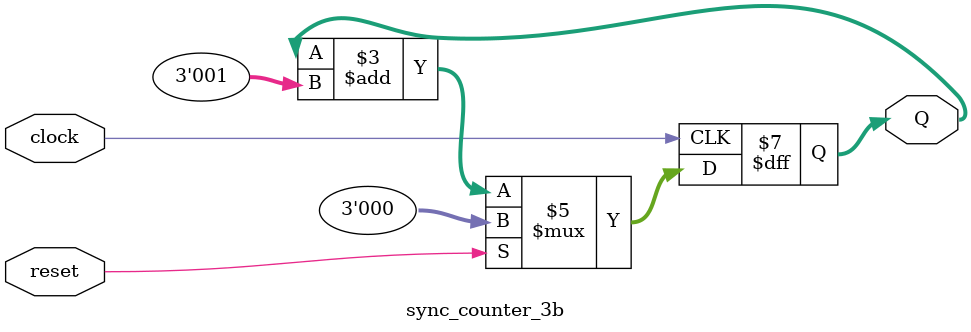
<source format=v>
module sync_counter_3b(
	input clock, reset,
	output reg [2:0] Q
);




always @ (negedge clock)
	begin
		
		if (reset == 1)
			Q <= 3'b000;
		else
			Q <= Q + 3'b001;
	
	end

endmodule
</source>
